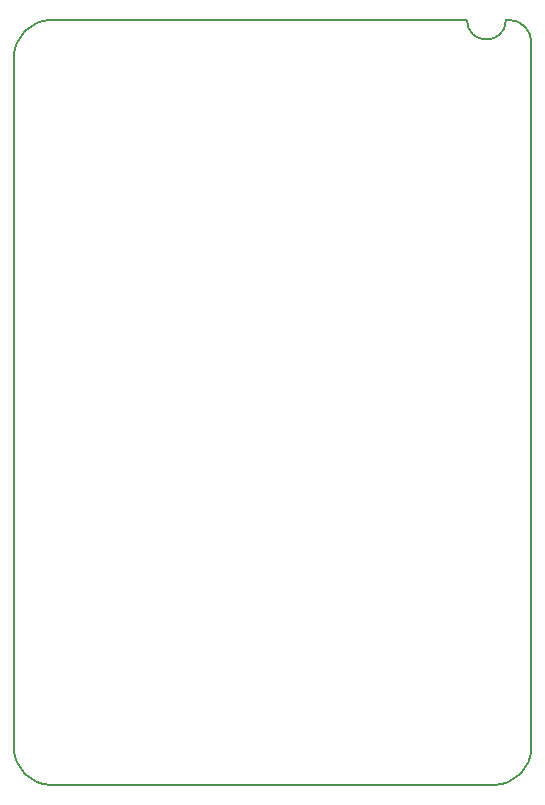
<source format=gm1>
G04 #@! TF.FileFunction,Profile,NP*
%FSLAX46Y46*%
G04 Gerber Fmt 4.6, Leading zero omitted, Abs format (unit mm)*
G04 Created by KiCad (PCBNEW 4.0.6) date Fri Jul 21 14:49:20 2017*
%MOMM*%
%LPD*%
G01*
G04 APERTURE LIST*
%ADD10C,0.100000*%
%ADD11C,0.150000*%
G04 APERTURE END LIST*
D10*
D11*
X88900000Y-27305000D02*
X88646000Y-27305000D01*
X90805000Y-29210000D02*
G75*
G03X88900000Y-27305000I-1905000J0D01*
G01*
X85344000Y-27305000D02*
G75*
G03X88646000Y-27305000I1651000J0D01*
G01*
X50165000Y-27305000D02*
G75*
G03X46990000Y-30480000I0J-3175000D01*
G01*
X46990000Y-88900000D02*
G75*
G03X50165000Y-92075000I3175000J0D01*
G01*
X87630000Y-92075000D02*
G75*
G03X90805000Y-88900000I0J3175000D01*
G01*
X85344000Y-27305000D02*
X50165000Y-27305000D01*
X46990000Y-30480000D02*
X46990000Y-88900000D01*
X90805000Y-88900000D02*
X90805000Y-29210000D01*
X50165000Y-92075000D02*
X87630000Y-92075000D01*
M02*

</source>
